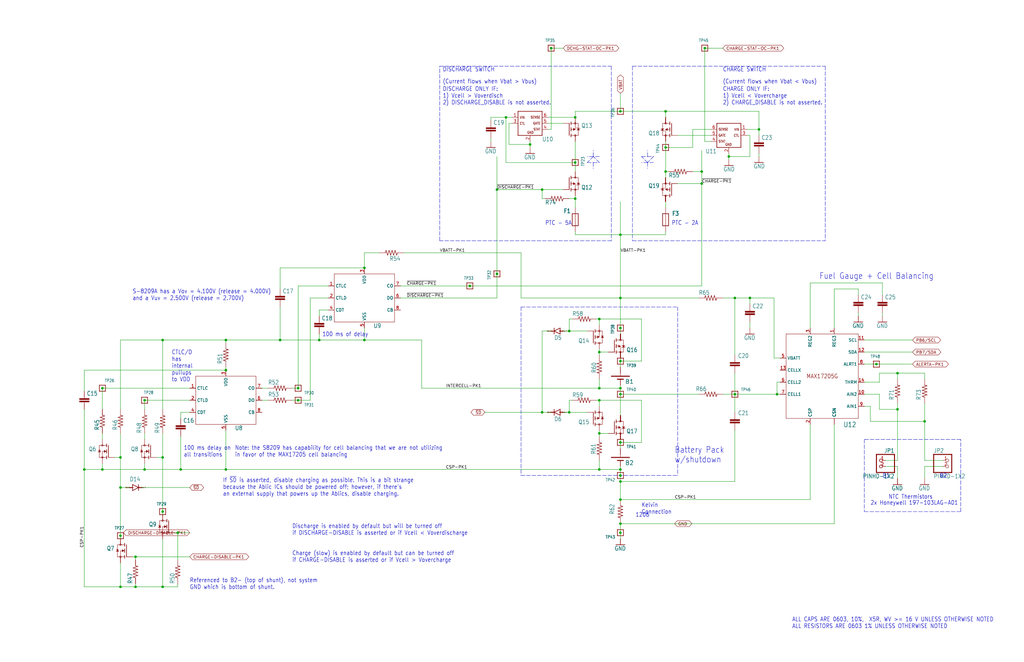
<source format=kicad_sch>
(kicad_sch (version 20211123) (generator eeschema)
  (paper "USLedger")
  (title_block (title "OreSat Battery Card") (rev "1.0"))
  (junction (at 68.58 247.65))
  (junction (at 378.46 172.72))
  (junction (at 316.23 125.73))
  (junction (at 252.73 182.88))
  (junction (at 43.18 198.12))
  (junction (at 125.73 163.83))
  (junction (at 232.41 20.32))
  (junction (at 134.62 143.51))
  (junction (at 125.73 168.91))
  (junction (at 261.62 152.4))
  (junction (at 57.15 247.65))
  (junction (at 261.62 166.37))
  (junction (at 223.52 60.96))
  (junction (at 320.04 54.61))
  (junction (at 242.57 83.82))
  (junction (at 209.55 80.01))
  (junction (at 213.36 49.53))
  (junction (at 261.62 99.06))
  (junction (at 242.57 49.53))
  (junction (at 378.46 157.48))
  (junction (at 327.66 166.37))
  (junction (at 209.55 115.57))
  (junction (at 68.58 215.9))
  (junction (at 74.93 224.79))
  (junction (at 309.88 125.73))
  (junction (at 389.89 177.8))
  (junction (at 68.58 193.04))
  (junction (at 228.6 80.01))
  (junction (at 261.62 163.83))
  (junction (at 50.8 247.65))
  (junction (at 261.62 200.66))
  (junction (at 240.03 139.7))
  (junction (at 95.25 198.12))
  (junction (at 261.62 203.2))
  (junction (at 261.62 186.69))
  (junction (at 60.96 198.12))
  (junction (at 43.18 163.83))
  (junction (at 242.57 68.58))
  (junction (at 252.73 168.91))
  (junction (at 261.62 46.99))
  (junction (at 261.62 125.73))
  (junction (at 369.57 153.67))
  (junction (at 261.62 210.82))
  (junction (at 252.73 134.62))
  (junction (at 118.11 143.51))
  (junction (at 95.25 156.21))
  (junction (at 261.62 138.43))
  (junction (at 240.03 173.99))
  (junction (at 280.67 72.39))
  (junction (at 261.62 220.98))
  (junction (at 295.91 72.39))
  (junction (at 50.8 205.74))
  (junction (at 76.2 198.12))
  (junction (at 309.88 166.37))
  (junction (at 261.62 198.12))
  (junction (at 50.8 226.06))
  (junction (at 252.73 148.59))
  (junction (at 60.96 168.91))
  (junction (at 153.67 143.51))
  (junction (at 280.67 62.23))
  (junction (at 280.67 46.99))
  (junction (at 261.62 224.79))
  (junction (at 35.56 198.12))
  (junction (at 198.12 120.65))
  (junction (at 307.34 66.04))
  (junction (at 252.73 198.12))
  (junction (at 297.18 20.32))
  (junction (at 228.6 173.99))
  (junction (at 295.91 77.47))
  (junction (at 252.73 163.83))
  (junction (at 95.25 143.51))
  (junction (at 57.15 234.95))
  (junction (at 68.58 143.51))
  (junction (at 50.8 193.04))
  (junction (at 153.67 113.03))
  (wire (pts (xy 50.8 247.65) (xy 57.15 247.65)))
  (wire (pts (xy 261.62 186.69) (xy 261.62 185.42)))
  (polyline (pts (xy 275.59 66.04) (xy 273.05 68.58)))
  (wire (pts (xy 231.14 52.07) (xy 237.49 52.07)))
  (wire (pts (xy 50.8 193.04) (xy 50.8 205.74)))
  (polyline (pts (xy 250.19 66.04) (xy 250.19 63.5)))
  (polyline (pts (xy 219.71 200.66) (xy 285.75 200.66)))
  (polyline (pts (xy 266.7 27.94) (xy 266.7 101.6)))
  (wire (pts (xy 327.66 166.37) (xy 327.66 161.29)))
  (wire (pts (xy 252.73 181.61) (xy 252.73 182.88)))
  (wire (pts (xy 370.84 172.72) (xy 378.46 172.72)))
  (wire (pts (xy 215.9 52.07) (xy 214.63 52.07)))
  (wire (pts (xy 252.73 163.83) (xy 177.8 163.83)))
  (wire (pts (xy 95.25 156.21) (xy 35.56 156.21)))
  (wire (pts (xy 60.96 172.72) (xy 60.96 168.91)))
  (wire (pts (xy 68.58 193.04) (xy 68.58 215.9)))
  (wire (pts (xy 316.23 125.73) (xy 326.39 125.73)))
  (wire (pts (xy 123.19 168.91) (xy 125.73 168.91)))
  (wire (pts (xy 367.03 171.45) (xy 367.03 177.8)))
  (wire (pts (xy 297.18 20.32) (xy 304.8 20.32)))
  (wire (pts (xy 307.34 66.04) (xy 307.34 64.77)))
  (wire (pts (xy 252.73 182.88) (xy 252.73 184.15)))
  (wire (pts (xy 59.69 205.74) (xy 80.01 205.74)))
  (wire (pts (xy 252.73 134.62) (xy 270.51 134.62)))
  (wire (pts (xy 73.66 224.79) (xy 74.93 224.79)))
  (wire (pts (xy 261.62 224.79) (xy 261.62 227.33)))
  (wire (pts (xy 241.3 168.91) (xy 240.03 168.91)))
  (wire (pts (xy 57.15 234.95) (xy 80.01 234.95)))
  (wire (pts (xy 261.62 166.37) (xy 294.64 166.37)))
  (wire (pts (xy 228.6 173.99) (xy 232.41 173.99)))
  (wire (pts (xy 231.14 54.61) (xy 232.41 54.61)))
  (wire (pts (xy 60.96 182.88) (xy 60.96 185.42)))
  (wire (pts (xy 364.49 171.45) (xy 367.03 171.45)))
  (wire (pts (xy 177.8 163.83) (xy 177.8 143.51)))
  (wire (pts (xy 372.11 133.35) (xy 372.11 132.08)))
  (wire (pts (xy 251.46 134.62) (xy 252.73 134.62)))
  (wire (pts (xy 60.96 195.58) (xy 60.96 198.12)))
  (polyline (pts (xy 273.05 68.58) (xy 273.05 71.12)))
  (polyline (pts (xy 252.73 66.04) (xy 250.19 66.04)))
  (wire (pts (xy 309.88 125.73) (xy 316.23 125.73)))
  (wire (pts (xy 297.18 20.32) (xy 297.18 59.69)))
  (wire (pts (xy 364.49 166.37) (xy 370.84 166.37)))
  (wire (pts (xy 364.49 143.51) (xy 384.81 143.51)))
  (wire (pts (xy 48.26 193.04) (xy 50.8 193.04)))
  (wire (pts (xy 314.96 57.15) (xy 316.23 57.15)))
  (wire (pts (xy 252.73 148.59) (xy 252.73 147.32)))
  (wire (pts (xy 68.58 247.65) (xy 68.58 227.33)))
  (wire (pts (xy 80.01 163.83) (xy 43.18 163.83)))
  (wire (pts (xy 261.62 166.37) (xy 261.62 163.83)))
  (polyline (pts (xy 273.05 66.04) (xy 275.59 66.04)))
  (wire (pts (xy 242.57 68.58) (xy 242.57 72.39)))
  (wire (pts (xy 209.55 66.04) (xy 209.55 80.01)))
  (polyline (pts (xy 247.65 68.58) (xy 250.19 68.58)))
  (wire (pts (xy 261.62 189.23) (xy 261.62 186.69)))
  (wire (pts (xy 95.25 156.21) (xy 95.25 154.94)))
  (wire (pts (xy 316.23 66.04) (xy 307.34 66.04)))
  (wire (pts (xy 95.25 143.51) (xy 68.58 143.51)))
  (wire (pts (xy 389.89 196.85) (xy 389.89 201.93)))
  (wire (pts (xy 285.75 57.15) (xy 299.72 57.15)))
  (wire (pts (xy 76.2 173.99) (xy 76.2 176.53)))
  (wire (pts (xy 256.54 148.59) (xy 252.73 148.59)))
  (wire (pts (xy 237.49 173.99) (xy 240.03 173.99)))
  (wire (pts (xy 378.46 172.72) (xy 378.46 194.31)))
  (wire (pts (xy 261.62 138.43) (xy 261.62 125.73)))
  (wire (pts (xy 43.18 185.42) (xy 43.18 182.88)))
  (wire (pts (xy 213.36 49.53) (xy 207.01 49.53)))
  (wire (pts (xy 153.67 113.03) (xy 118.11 113.03)))
  (wire (pts (xy 95.25 143.51) (xy 118.11 143.51)))
  (wire (pts (xy 370.84 157.48) (xy 378.46 157.48)))
  (wire (pts (xy 223.52 60.96) (xy 223.52 59.69)))
  (wire (pts (xy 314.96 54.61) (xy 320.04 54.61)))
  (wire (pts (xy 177.8 143.51) (xy 153.67 143.51)))
  (wire (pts (xy 242.57 99.06) (xy 261.62 99.06)))
  (wire (pts (xy 369.57 153.67) (xy 384.81 153.67)))
  (wire (pts (xy 295.91 120.65) (xy 198.12 120.65)))
  (wire (pts (xy 261.62 163.83) (xy 252.73 163.83)))
  (wire (pts (xy 270.51 152.4) (xy 270.51 134.62)))
  (wire (pts (xy 80.01 173.99) (xy 76.2 173.99)))
  (wire (pts (xy 256.54 182.88) (xy 252.73 182.88)))
  (wire (pts (xy 361.95 133.35) (xy 361.95 132.08)))
  (wire (pts (xy 281.94 72.39) (xy 280.67 72.39)))
  (wire (pts (xy 213.36 68.58) (xy 242.57 68.58)))
  (wire (pts (xy 270.51 186.69) (xy 261.62 186.69)))
  (wire (pts (xy 295.91 77.47) (xy 285.75 77.47)))
  (wire (pts (xy 43.18 172.72) (xy 43.18 163.83)))
  (wire (pts (xy 304.8 125.73) (xy 309.88 125.73)))
  (wire (pts (xy 240.03 139.7) (xy 247.65 139.7)))
  (wire (pts (xy 299.72 54.61) (xy 292.1 54.61)))
  (wire (pts (xy 50.8 172.72) (xy 50.8 143.51)))
  (wire (pts (xy 370.84 161.29) (xy 370.84 157.48)))
  (wire (pts (xy 214.63 60.96) (xy 223.52 60.96)))
  (polyline (pts (xy 270.51 66.04) (xy 273.05 66.04)))
  (wire (pts (xy 198.12 120.65) (xy 168.91 120.65)))
  (wire (pts (xy 57.15 234.95) (xy 57.15 236.22)))
  (wire (pts (xy 223.52 62.23) (xy 223.52 60.96)))
  (wire (pts (xy 35.56 198.12) (xy 43.18 198.12)))
  (wire (pts (xy 252.73 163.83) (xy 252.73 160.02)))
  (wire (pts (xy 74.93 224.79) (xy 80.01 224.79)))
  (wire (pts (xy 134.62 133.35) (xy 134.62 130.81)))
  (wire (pts (xy 134.62 143.51) (xy 118.11 143.51)))
  (wire (pts (xy 55.88 234.95) (xy 57.15 234.95)))
  (wire (pts (xy 232.41 20.32) (xy 237.49 20.32)))
  (polyline (pts (xy 185.42 27.94) (xy 257.81 27.94)))
  (wire (pts (xy 280.67 87.63) (xy 280.67 85.09)))
  (polyline (pts (xy 266.7 101.6) (xy 347.98 101.6)))
  (wire (pts (xy 389.89 194.31) (xy 397.51 194.31)))
  (wire (pts (xy 280.67 59.69) (xy 280.67 62.23)))
  (wire (pts (xy 361.95 124.46) (xy 361.95 121.92)))
  (wire (pts (xy 367.03 177.8) (xy 389.89 177.8)))
  (wire (pts (xy 95.25 144.78) (xy 95.25 143.51)))
  (wire (pts (xy 361.95 121.92) (xy 351.79 121.92)))
  (wire (pts (xy 241.3 134.62) (xy 240.03 134.62)))
  (wire (pts (xy 68.58 193.04) (xy 68.58 182.88)))
  (wire (pts (xy 261.62 203.2) (xy 261.62 210.82)))
  (wire (pts (xy 261.62 85.09) (xy 261.62 99.06)))
  (wire (pts (xy 252.73 168.91) (xy 270.51 168.91)))
  (wire (pts (xy 74.93 247.65) (xy 74.93 246.38)))
  (wire (pts (xy 378.46 194.31) (xy 373.38 194.31)))
  (wire (pts (xy 242.57 83.82) (xy 240.03 83.82)))
  (wire (pts (xy 242.57 83.82) (xy 242.57 87.63)))
  (wire (pts (xy 320.04 46.99) (xy 320.04 54.61)))
  (wire (pts (xy 261.62 203.2) (xy 309.88 203.2)))
  (wire (pts (xy 95.25 198.12) (xy 95.25 181.61)))
  (wire (pts (xy 231.14 49.53) (xy 242.57 49.53)))
  (wire (pts (xy 240.03 173.99) (xy 247.65 173.99)))
  (wire (pts (xy 213.36 68.58) (xy 213.36 49.53)))
  (wire (pts (xy 261.62 140.97) (xy 261.62 138.43)))
  (wire (pts (xy 242.57 46.99) (xy 261.62 46.99)))
  (wire (pts (xy 68.58 215.9) (xy 68.58 217.17)))
  (polyline (pts (xy 364.49 215.9) (xy 405.13 215.9)))
  (wire (pts (xy 228.6 80.01) (xy 209.55 80.01)))
  (polyline (pts (xy 219.71 129.54) (xy 219.71 200.66)))
  (wire (pts (xy 35.56 198.12) (xy 35.56 172.72)))
  (wire (pts (xy 389.89 157.48) (xy 389.89 160.02)))
  (wire (pts (xy 280.67 72.39) (xy 280.67 62.23)))
  (wire (pts (xy 261.62 203.2) (xy 261.62 200.66)))
  (wire (pts (xy 252.73 134.62) (xy 252.73 137.16)))
  (wire (pts (xy 207.01 50.8) (xy 207.01 49.53)))
  (polyline (pts (xy 250.19 68.58) (xy 250.19 71.12)))
  (wire (pts (xy 110.49 168.91) (xy 113.03 168.91)))
  (wire (pts (xy 378.46 196.85) (xy 373.38 196.85)))
  (wire (pts (xy 68.58 172.72) (xy 68.58 143.51)))
  (polyline (pts (xy 257.81 27.94) (xy 257.81 101.6)))
  (wire (pts (xy 170.18 106.68) (xy 219.71 106.68)))
  (wire (pts (xy 389.89 177.8) (xy 389.89 194.31)))
  (wire (pts (xy 280.67 46.99) (xy 280.67 49.53)))
  (wire (pts (xy 316.23 135.89) (xy 316.23 138.43)))
  (polyline (pts (xy 405.13 185.42) (xy 364.49 185.42)))
  (wire (pts (xy 232.41 139.7) (xy 228.6 139.7)))
  (wire (pts (xy 261.62 162.56) (xy 261.62 163.83)))
  (wire (pts (xy 378.46 160.02) (xy 378.46 157.48)))
  (wire (pts (xy 35.56 198.12) (xy 35.56 247.65)))
  (polyline (pts (xy 275.59 68.58) (xy 273.05 68.58)))
  (wire (pts (xy 68.58 193.04) (xy 66.04 193.04)))
  (wire (pts (xy 240.03 168.91) (xy 240.03 173.99)))
  (wire (pts (xy 261.62 175.26) (xy 261.62 166.37)))
  (wire (pts (xy 261.62 152.4) (xy 261.62 151.13)))
  (wire (pts (xy 341.63 119.38) (xy 372.11 119.38)))
  (wire (pts (xy 378.46 196.85) (xy 378.46 201.93)))
  (wire (pts (xy 60.96 198.12) (xy 76.2 198.12)))
  (wire (pts (xy 261.62 154.94) (xy 261.62 152.4)))
  (wire (pts (xy 50.8 193.04) (xy 50.8 182.88)))
  (wire (pts (xy 309.88 181.61) (xy 309.88 203.2)))
  (wire (pts (xy 228.6 173.99) (xy 204.47 173.99)))
  (wire (pts (xy 328.93 151.13) (xy 326.39 151.13)))
  (polyline (pts (xy 266.7 27.94) (xy 347.98 27.94)))
  (wire (pts (xy 35.56 247.65) (xy 50.8 247.65)))
  (wire (pts (xy 153.67 106.68) (xy 160.02 106.68)))
  (polyline (pts (xy 273.05 68.58) (xy 270.51 68.58)))
  (wire (pts (xy 364.49 148.59) (xy 384.81 148.59)))
  (wire (pts (xy 43.18 198.12) (xy 60.96 198.12)))
  (wire (pts (xy 295.91 63.5) (xy 295.91 72.39)))
  (wire (pts (xy 316.23 128.27) (xy 316.23 125.73)))
  (polyline (pts (xy 252.73 68.58) (xy 250.19 66.04)))
  (wire (pts (xy 270.51 168.91) (xy 270.51 186.69)))
  (wire (pts (xy 309.88 149.86) (xy 309.88 125.73)))
  (wire (pts (xy 214.63 52.07) (xy 214.63 60.96)))
  (wire (pts (xy 364.49 153.67) (xy 369.57 153.67)))
  (wire (pts (xy 228.6 139.7) (xy 228.6 173.99)))
  (wire (pts (xy 50.8 247.65) (xy 50.8 237.49)))
  (wire (pts (xy 219.71 125.73) (xy 261.62 125.73)))
  (wire (pts (xy 297.18 59.69) (xy 299.72 59.69)))
  (wire (pts (xy 228.6 80.01) (xy 228.6 83.82)))
  (polyline (pts (xy 273.05 68.58) (xy 270.51 66.04)))
  (wire (pts (xy 57.15 247.65) (xy 68.58 247.65)))
  (polyline (pts (xy 257.81 101.6) (xy 185.42 101.6)))
  (wire (pts (xy 341.63 179.07) (xy 341.63 210.82)))
  (wire (pts (xy 280.67 74.93) (xy 280.67 72.39)))
  (wire (pts (xy 153.67 106.68) (xy 153.67 113.03)))
  (wire (pts (xy 261.62 99.06) (xy 280.67 99.06)))
  (wire (pts (xy 219.71 125.73) (xy 219.71 106.68)))
  (polyline (pts (xy 273.05 66.04) (xy 273.05 63.5)))
  (wire (pts (xy 327.66 161.29) (xy 328.93 161.29)))
  (wire (pts (xy 123.19 163.83) (xy 125.73 163.83)))
  (wire (pts (xy 307.34 67.31) (xy 307.34 66.04)))
  (wire (pts (xy 232.41 54.61) (xy 232.41 20.32)))
  (wire (pts (xy 261.62 152.4) (xy 270.51 152.4)))
  (wire (pts (xy 326.39 151.13) (xy 326.39 125.73)))
  (wire (pts (xy 320.04 54.61) (xy 320.04 57.15)))
  (wire (pts (xy 68.58 247.65) (xy 74.93 247.65)))
  (wire (pts (xy 309.88 166.37) (xy 327.66 166.37)))
  (wire (pts (xy 316.23 57.15) (xy 316.23 66.04)))
  (wire (pts (xy 280.67 46.99) (xy 320.04 46.99)))
  (wire (pts (xy 43.18 195.58) (xy 43.18 198.12)))
  (wire (pts (xy 261.62 99.06) (xy 261.62 125.73)))
  (wire (pts (xy 242.57 59.69) (xy 242.57 68.58)))
  (wire (pts (xy 364.49 161.29) (xy 370.84 161.29)))
  (wire (pts (xy 309.88 166.37) (xy 309.88 157.48)))
  (wire (pts (xy 118.11 143.51) (xy 118.11 129.54)))
  (polyline (pts (xy 347.98 27.94) (xy 347.98 101.6)))
  (wire (pts (xy 370.84 166.37) (xy 370.84 172.72)))
  (wire (pts (xy 252.73 194.31) (xy 252.73 198.12)))
  (wire (pts (xy 134.62 143.51) (xy 134.62 140.97)))
  (wire (pts (xy 351.79 121.92) (xy 351.79 138.43)))
  (wire (pts (xy 74.93 224.79) (xy 74.93 236.22)))
  (wire (pts (xy 153.67 143.51) (xy 153.67 138.43)))
  (wire (pts (xy 134.62 130.81) (xy 138.43 130.81)))
  (wire (pts (xy 389.89 177.8) (xy 389.89 170.18)))
  (polyline (pts (xy 364.49 185.42) (xy 364.49 215.9)))
  (wire (pts (xy 240.03 134.62) (xy 240.03 139.7)))
  (polyline (pts (xy 405.13 215.9) (xy 405.13 185.42)))
  (wire (pts (xy 237.49 80.01) (xy 228.6 80.01)))
  (wire (pts (xy 320.04 64.77) (xy 320.04 66.04)))
  (wire (pts (xy 110.49 163.83) (xy 113.03 163.83)))
  (wire (pts (xy 252.73 198.12) (xy 95.25 198.12)))
  (wire (pts (xy 242.57 82.55) (xy 242.57 83.82)))
  (wire (pts (xy 54.61 205.74) (xy 50.8 205.74)))
  (wire (pts (xy 50.8 205.74) (xy 50.8 226.06)))
  (wire (pts (xy 378.46 172.72) (xy 378.46 170.18)))
  (wire (pts (xy 35.56 156.21) (xy 35.56 165.1)))
  (wire (pts (xy 378.46 157.48) (xy 389.89 157.48)))
  (wire (pts (xy 242.57 97.79) (xy 242.57 99.06)))
  (wire (pts (xy 207.01 58.42) (xy 207.01 59.69)))
  (wire (pts (xy 242.57 49.53) (xy 242.57 46.99)))
  (polyline (pts (xy 250.19 66.04) (xy 247.65 66.04)))
  (polyline (pts (xy 250.19 66.04) (xy 247.65 68.58)))
  (wire (pts (xy 215.9 49.53) (xy 213.36 49.53)))
  (wire (pts (xy 372.11 119.38) (xy 372.11 124.46)))
  (wire (pts (xy 261.62 196.85) (xy 261.62 198.12)))
  (wire (pts (xy 261.62 220.98) (xy 351.79 220.98)))
  (wire (pts (xy 251.46 168.91) (xy 252.73 168.91)))
  (wire (pts (xy 125.73 163.83) (xy 125.73 120.65)))
  (wire (pts (xy 261.62 46.99) (xy 280.67 46.99)))
  (wire (pts (xy 292.1 54.61) (xy 292.1 62.23)))
  (wire (pts (xy 80.01 168.91) (xy 60.96 168.91)))
  (wire (pts (xy 261.62 46.99) (xy 261.62 39.37)))
  (wire (pts (xy 125.73 168.91) (xy 130.81 168.91)))
  (wire (pts (xy 252.73 149.86) (xy 252.73 148.59)))
  (wire (pts (xy 351.79 179.07) (xy 351.79 220.98)))
  (wire (pts (xy 261.62 224.79) (xy 261.62 220.98)))
  (wire (pts (xy 209.55 125.73) (xy 209.55 115.57)))
  (wire (pts (xy 50.8 226.06) (xy 50.8 227.33)))
  (wire (pts (xy 261.62 125.73) (xy 294.64 125.73)))
  (wire (pts (xy 237.49 139.7) (xy 240.03 139.7)))
  (wire (pts (xy 153.67 143.51) (xy 134.62 143.51)))
  (wire (pts (xy 304.8 166.37) (xy 309.88 166.37)))
  (wire (pts (xy 209.55 80.01) (xy 209.55 115.57)))
  (wire (pts (xy 76.2 198.12) (xy 95.25 198.12)))
  (wire (pts (xy 261.62 198.12) (xy 252.73 198.12)))
  (wire (pts (xy 118.11 113.03) (xy 118.11 121.92)))
  (wire (pts (xy 261.62 210.82) (xy 341.63 210.82)))
  (wire (pts (xy 295.91 77.47) (xy 295.91 120.65)))
  (wire (pts (xy 292.1 72.39) (xy 295.91 72.39)))
  (wire (pts (xy 130.81 125.73) (xy 138.43 125.73)))
  (wire (pts (xy 125.73 120.65) (xy 138.43 120.65)))
  (wire (pts (xy 280.67 99.06) (xy 280.67 97.79)))
  (wire (pts (xy 292.1 62.23) (xy 280.67 62.23)))
  (wire (pts (xy 341.63 138.43) (xy 341.63 119.38)))
  (wire (pts (xy 76.2 184.15) (xy 76.2 198.12)))
  (polyline (pts (xy 219.71 129.54) (xy 285.75 129.54)))
  (wire (pts (xy 295.91 72.39) (xy 295.91 77.47)))
  (polyline (pts (xy 185.42 101.6) (xy 185.42 27.94)))
  (polyline (pts (xy 285.75 129.54) (xy 285.75 200.66)))
  (wire (pts (xy 228.6 83.82) (xy 229.87 83.82)))
  (wire (pts (xy 130.81 168.91) (xy 130.81 125.73)))
  (wire (pts (xy 68.58 143.51) (xy 50.8 143.51)))
  (wire (pts (xy 261.62 200.66) (xy 261.62 198.12)))
  (wire (pts (xy 252.73 168.91) (xy 252.73 171.45)))
  (wire (pts (xy 328.93 166.37) (xy 327.66 166.37)))
  (wire (pts (xy 397.51 196.85) (xy 389.89 196.85)))
  (wire (pts (xy 57.15 246.38) (xy 57.15 247.65)))
  (wire (pts (xy 309.88 173.99) (xy 309.88 166.37)))
  (wire (pts (xy 168.91 125.73) (xy 209.55 125.73)))
  (polyline (pts (xy 250.19 68.58) (xy 252.73 68.58)))
  (text "PTC - 5A" (at 229.87 95.25 180) (effects (font (size 1.778 1.5113)) (justify left bottom)))
  (text "S-8209A has a Vov = 4.100V (release = 4.000V)\nand a Vuv = 2.500V (release = 2.700V)" (at 55.88 127 0) (effects (font (size 1.778 1.5113)) (justify left bottom)))
  (text "Referenced to B2- (top of shunt), not system\nGND which is bottom of shunt." (at 80.01 248.92 0) (effects (font (size 1.778 1.5113)) (justify left bottom)))
  (text "B2" (at 396.24 201.93 180) (effects (font (size 1.778 1.5113)) (justify left bottom)))
  (text "CHARGE SWITCH" (at 304.8 30.48 180) (effects (font (size 1.778 1.5113)) (justify left bottom)))
  (text "1206" (at 267.97 218.44 180) (effects (font (size 1.778 1.5113)) (justify left bottom)))
  (text "Note: the S8209 has capability for cell balancing that we are not utilizing\nin favor of the MAX17205 cell balancing" (at 99.06 193.04 0) (effects (font (size 1.778 1.5113)) (justify left bottom)))
  (text "CHARGE ONLY IF:\n1) Vcell < Vovercharge\n2) CHARGE_DISABLE is not asserted." (at 304.8 44.45 0) (effects (font (size 1.778 1.5113)) (justify left bottom)))
  (text "Kelvin\nConnection" (at 270.51 217.17 180) (effects (font (size 1.778 1.5113)) (justify left bottom)))
  (text "Charge (slow) is enabled by default but can be turned off\nif CHARGE-DISABLE is asserted or if Vcell > Vovercharge" (at 123.19 237.49 0) (effects (font (size 1.778 1.5113)) (justify left bottom)))
  (text "B1" (at 372.11 201.93 180) (effects (font (size 1.778 1.5113)) (justify left bottom)))
  (text "PTC - 2A" (at 283.21 95.25 180) (effects (font (size 1.778 1.5113)) (justify left bottom)))
  (text "CTLC/D\nhas\ninternal\npullups\nto VDD" (at 72.39 161.29 180) (effects (font (size 1.778 1.5113)) (justify left bottom)))
  (text "ALL CAPS ARE 0603, 10%,  X5R, WV >= 16 V UNLESS OTHERWISE NOTED\nALL RESISTORS ARE 0603 1% UNLESS OTHERWISE NOTED" (at 334.01 265.43 0) (effects (font (size 1.778 1.5113)) (justify left bottom)))
  (text "DISCHARGE SWITCH" (at 186.69 30.48 180) (effects (font (size 1.778 1.5113)) (justify left bottom)))
  (text "NTC Thermistors" (at 374.65 210.82 180) (effects (font (size 1.778 1.5113)) (justify left bottom)))
  (text "Discharge is enabled by default but will be turned off\nif DISCHARGE-DISABLE is asserted or if Vcell < Voverdischarge" (at 123.19 226.06 0) (effects (font (size 1.778 1.5113)) (justify left bottom)))
  (text "2x Honeywell 197-103LAG-A01" (at 367.03 213.36 180) (effects (font (size 1.778 1.5113)) (justify left bottom)))
  (text "If ~{SD} is asserted, disable charging as possible. This is a bit strange\nbecause the Ablic ICs should be powered off; however, if there's\nan external supply that powers up the Ablics, disable charging." (at 93.98 209.55 0) (effects (font (size 1.778 1.5113)) (justify left bottom)))
  (text "(Current flows when Vbat > Vbus)" (at 186.69 35.56 180) (effects (font (size 1.778 1.5113)) (justify left bottom)))
  (text "(Current flows when Vbat < Vbus)" (at 304.8 35.56 180) (effects (font (size 1.778 1.5113)) (justify left bottom)))
  (text "100 ms of delay" (at 135.89 142.24 180) (effects (font (size 1.778 1.5113)) (justify left bottom)))
  (text "DISCHARGE ONLY IF:\n1) Vcell > Voverdisch\n2) DISCHARGE_DISABLE is not asserted." (at 186.69 44.45 0) (effects (font (size 1.778 1.5113)) (justify left bottom)))
  (text "Fuel Gauge + Cell Balancing" (at 345.44 118.11 180) (effects (font (size 2.54 2.159)) (justify left bottom)))
  (text "Battery Pack\nw/shutdown" (at 284.48 195.58 180) (effects (font (size 2.54 2.159)) (justify left bottom)))
  (text "100 ms delay on\nall transitions" (at 77.47 193.04 180) (effects (font (size 1.778 1.5113)) (justify left bottom)))
  (label "CSP-PK1" (at 35.56 231.14 90) (effects (font (size 1.2446 1.2446))))
  (label "VBATT-PK1" (at 185.42 106.68 0) (effects (font (size 1.2446 1.2446))))
  (label "~{DISCHARGE-PK1}" (at 209.55 80.01 0) (effects (font (size 1.2446 1.2446))))
  (label "INTERCELL-PK1" (at 187.96 163.83 0) (effects (font (size 1.2446 1.2446))))
  (label "VBATT-PK1" (at 261.62 106.68 0) (effects (font (size 1.2446 1.2446))))
  (label "~{CHARGE-PK1}" (at 295.91 77.47 0) (effects (font (size 1.2446 1.2446))))
  (label "~{DISCHARGE-PK1}" (at 171.45 125.73 0) (effects (font (size 1.2446 1.2446))))
  (label "CSP-PK1" (at 187.96 198.12 0) (effects (font (size 1.2446 1.2446))))
  (label "CSP-PK1" (at 284.48 210.82 0) (effects (font (size 1.2446 1.2446))))
  (label "~{CHARGE-PK1}" (at 171.45 120.65 0) (effects (font (size 1.2446 1.2446))))
  (global_label "PB6/SCL" (shape bidirectional) (at 384.81 143.51 0) (effects (font (size 1.2446 1.2446))) (property "Intersheet References" "${INTERSHEET_REFS}" (effects hide)))
  (global_label "~{SD}" (shape bidirectional) (at 204.47 173.99 180) (effects (font (size 1.2446 1.2446))) (property "Intersheet References" "${INTERSHEET_REFS}" (effects hide)))
  (global_label "DISCHARGE-DISABLE-PK1" (shape bidirectional) (at 80.01 224.79 180) (effects (font (size 1.2446 1.2446))) (property "Intersheet References" "${INTERSHEET_REFS}" (effects hide)))
  (global_label "CHARGE-STAT-OC-PK1" (shape bidirectional) (at 304.8 20.32 0) (effects (font (size 1.2446 1.2446))) (property "Intersheet References" "${INTERSHEET_REFS}" (effects hide)))
  (global_label "PB7/SDA" (shape bidirectional) (at 384.81 148.59 0) (effects (font (size 1.2446 1.2446))) (property "Intersheet References" "${INTERSHEET_REFS}" (effects hide)))
  (global_label "~{SD}" (shape bidirectional) (at 80.01 205.74 0) (effects (font (size 1.2446 1.2446))) (property "Intersheet References" "${INTERSHEET_REFS}" (effects hide)))
  (global_label "GND" (shape bidirectional) (at 284.48 220.98 0) (effects (font (size 1.2446 1.2446))) (property "Intersheet References" "${INTERSHEET_REFS}" (effects hide)))
  (global_label "DCHG-STAT-OC-PK1" (shape bidirectional) (at 237.49 20.32 0) (effects (font (size 1.2446 1.2446))) (property "Intersheet References" "${INTERSHEET_REFS}" (effects hide)))
  (global_label "VBAT" (shape bidirectional) (at 261.62 39.37 90) (effects (font (size 1.2446 1.2446))) (property "Intersheet References" "${INTERSHEET_REFS}" (effects hide)))
  (global_label "ALERTA-PK1" (shape bidirectional) (at 384.81 153.67 0) (effects (font (size 1.2446 1.2446))) (property "Intersheet References" "${INTERSHEET_REFS}" (effects hide)))
  (global_label "CHARGE-DISABLE-PK1" (shape bidirectional) (at 80.01 234.95 0) (effects (font (size 1.2446 1.2446))) (property "Intersheet References" "${INTERSHEET_REFS}" (effects hide)))
  (symbol (lib_id "oresat-batteries-eagle-import:C-EU0603-C-NOSILK") (at 320.04 59.69 0) (unit 1)
    (property "Reference" "C23" (at 321.056 59.055 0) (effects (font (size 1.778 1.5113)) (justify left bottom)))
    (property "Value" "100n" (at 321.056 63.881 0) (effects (font (size 1.778 1.5113)) (justify left bottom)))
    (property "Footprint" "oresat-footprints:0603-SMALL" (effects hide))
  )
  (symbol (lib_id "oresat-batteries-eagle-import:C-EU0603-C-NOSILK") (at 372.11 127 0) (unit 1)
    (property "Reference" "C25" (at 373.126 126.365 0) (effects (font (size 1.778 1.5113)) (justify left bottom)))
    (property "Value" "470n" (at 373.126 130.683 0) (effects (font (size 1.778 1.5113)) (justify left bottom)))
    (property "Footprint" "oresat-footprints:0603-SMALL" (effects hide))
  )
  (symbol (lib_id "oresat-batteries-eagle-import:R-US_0603-C-NOSILK") (at 299.72 125.73 180) (unit 1)
    (property "Reference" "R65" (at 294.64 124.46 0) (effects (font (size 1.778 1.5113)) (justify right top)))
    (property "Value" "10" (at 300.99 124.46 0) (effects (font (size 1.778 1.5113)) (justify right top)))
    (property "Footprint" "oresat-footprints:0603-SMALL" (effects hide))
  )
  (symbol (lib_id "oresat-batteries-eagle-import:P-MOSFET-SOT23-3") (at 250.19 176.53 0) (unit 1)
    (property "Reference" "Q15" (at 243.84 179.07 0) (effects (font (size 1.778 1.5113)) (justify left bottom)))
    (property "Value" "NTR4101" (at 241.3 181.61 0) (effects (font (size 1.778 1.5113)) (justify left bottom)))
    (property "Footprint" "oresat-batteries:SOT23-3" (effects hide))
  )
  (symbol (lib_id "oresat-batteries-eagle-import:TEST-POINT-LARGE-SQUARE") (at 369.57 153.67 0) (mirror y) (unit 1)
    (property "Reference" "TP48" (at 367.03 151.13 0) (effects (font (size 1.27 1.0795)) (justify right bottom)))
    (property "Value" "TEST-POINT-LARGE-SQUARE" (effects hide))
    (property "Footprint" "oresat-footprints:TestPoint_Pad_1.0x1.0mm" (effects hide))
  )
  (symbol (lib_id "oresat-batteries-eagle-import:GND") (at 372.11 135.89 0) (unit 1)
    (property "Reference" "#GND054" (effects hide))
    (property "Value" "GND" (at 369.57 138.43 0) (effects (font (size 1.778 1.5113)) (justify left bottom)))
    (property "Footprint" "oresat-batteries:" (effects hide))
  )
  (symbol (lib_id "oresat-batteries-eagle-import:R-US_0603-C-NOSILK") (at 252.73 154.94 270) (unit 1)
    (property "Reference" "R60" (at 251.46 157.48 0) (effects (font (size 1.778 1.5113)) (justify right top)))
    (property "Value" "100k" (at 256.54 157.48 0) (effects (font (size 1.778 1.5113)) (justify right top)))
    (property "Footprint" "oresat-footprints:0603-SMALL" (effects hide))
  )
  (symbol (lib_id "oresat-batteries-eagle-import:C-EU0603-C-NOSILK") (at 309.88 152.4 0) (unit 1)
    (property "Reference" "C20" (at 311.15 151.13 0) (effects (font (size 1.778 1.5113)) (justify left bottom)))
    (property "Value" "1n" (at 311.15 157.48 0) (effects (font (size 1.778 1.5113)) (justify left bottom)))
    (property "Footprint" "oresat-footprints:0603-SMALL" (effects hide))
  )
  (symbol (lib_id "oresat-batteries-eagle-import:DIODE-SOD323-R") (at 234.95 173.99 0) (mirror y) (unit 1)
    (property "Reference" "D6" (at 233.68 177.8 0) (effects (font (size 1.778 1.5113)) (justify right bottom)))
    (property "Value" "1N4151WS" (at 226.06 180.34 0) (effects (font (size 1.778 1.5113)) (justify right bottom)))
    (property "Footprint" "oresat-batteries:SOD323-R" (effects hide))
  )
  (symbol (lib_id "oresat-batteries-eagle-import:TEST-POINT-LARGE-SQUARE") (at 242.57 68.58 270) (unit 1)
    (property "Reference" "TP23" (at 245.11 66.04 0) (effects (font (size 1.27 1.0795)) (justify left bottom)))
    (property "Value" "TEST-POINT-LARGE-SQUARE" (effects hide))
    (property "Footprint" "oresat-footprints:TestPoint_Pad_1.0x1.0mm" (effects hide))
  )
  (symbol (lib_id "oresat-batteries-eagle-import:TEST-POINT-LARGE-SQUARE") (at 125.73 163.83 270) (mirror x) (unit 1)
    (property "Reference" "TP30" (at 128.27 165.1 90) (effects (font (size 1.27 1.0795)) (justify left bottom)))
    (property "Value" "TEST-POINT-LARGE-SQUARE" (effects hide))
    (property "Footprint" "oresat-footprints:TestPoint_Pad_1.0x1.0mm" (effects hide))
  )
  (symbol (lib_id "oresat-batteries-eagle-import:TEST-POINT-LARGE-SQUARE") (at 68.58 215.9 0) (unit 1)
    (property "Reference" "TP29" (at 66.04 213.36 0) (effects (font (size 1.27 1.0795)) (justify left bottom)))
    (property "Value" "TEST-POINT-LARGE-SQUARE" (effects hide))
    (property "Footprint" "oresat-footprints:TestPoint_Pad_1.0x1.0mm" (effects hide))
  )
  (symbol (lib_id "oresat-batteries-eagle-import:TEST-POINT-LARGE-SQUARE") (at 43.18 163.83 0) (mirror y) (unit 1)
    (property "Reference" "TP26" (at 48.26 161.29 0) (effects (font (size 1.27 1.0795)) (justify left bottom)))
    (property "Value" "TEST-POINT-LARGE-SQUARE" (effects hide))
    (property "Footprint" "oresat-footprints:TestPoint_Pad_1.0x1.0mm" (effects hide))
  )
  (symbol (lib_id "oresat-batteries-eagle-import:TEST-POINT-LARGE-SQUARE") (at 261.62 200.66 90) (unit 1)
    (property "Reference" "TP42" (at 255.27 203.2 90) (effects (font (size 1.27 1.0795)) (justify right top)))
    (property "Value" "TEST-POINT-LARGE-SQUARE" (effects hide))
    (property "Footprint" "oresat-footprints:TestPoint_Pad_1.0x1.0mm" (effects hide))
  )
  (symbol (lib_id "oresat-batteries-eagle-import:R-US_0603-C-NOSILK") (at 43.18 177.8 90) (unit 1)
    (property "Reference" "R45" (at 41.91 181.61 0) (effects (font (size 1.778 1.5113)) (justify left bottom)))
    (property "Value" "1k" (at 41.91 175.26 0) (effects (font (size 1.778 1.5113)) (justify left bottom)))
    (property "Footprint" "oresat-footprints:0603-SMALL" (effects hide))
  )
  (symbol (lib_id "oresat-batteries-eagle-import:GND") (at 320.04 68.58 0) (mirror y) (unit 1)
    (property "Reference" "#GND050" (effects hide))
    (property "Value" "GND" (at 322.58 71.12 0) (effects (font (size 1.778 1.5113)) (justify left bottom)))
    (property "Footprint" "oresat-batteries:" (effects hide))
  )
  (symbol (lib_id "oresat-batteries-eagle-import:R-US_0603-C-NOSILK") (at 118.11 163.83 0) (unit 1)
    (property "Reference" "R52" (at 113.03 162.3314 0) (effects (font (size 1.778 1.5113)) (justify left bottom)))
    (property "Value" "1k" (at 119.38 162.052 0) (effects (font (size 1.778 1.5113)) (justify left bottom)))
    (property "Footprint" "oresat-footprints:0603-SMALL" (effects hide))
  )
  (symbol (lib_id "oresat-batteries-eagle-import:GND") (at 389.89 204.47 0) (unit 1)
    (property "Reference" "#GND056" (effects hide))
    (property "Value" "GND" (at 387.35 207.01 0) (effects (font (size 1.778 1.5113)) (justify left bottom)))
    (property "Footprint" "oresat-batteries:" (effects hide))
  )
  (symbol (lib_id "oresat-batteries-eagle-import:P-MOSFET-SOT23-3") (at 250.19 142.24 0) (unit 1)
    (property "Reference" "Q14" (at 243.84 144.78 0) (effects (font (size 1.778 1.5113)) (justify left bottom)))
    (property "Value" "NTR4101" (at 241.3 147.32 0) (effects (font (size 1.778 1.5113)) (justify left bottom)))
    (property "Footprint" "oresat-batteries:SOT23-3" (effects hide))
  )
  (symbol (lib_id "oresat-batteries-eagle-import:TEST-POINT-LARGE-SQUARE") (at 60.96 168.91 0) (mirror y) (unit 1)
    (property "Reference" "TP28" (at 64.77 166.37 0) (effects (font (size 1.27 1.0795)) (justify left bottom)))
    (property "Value" "TEST-POINT-LARGE-SQUARE" (effects hide))
    (property "Footprint" "oresat-footprints:TestPoint_Pad_1.0x1.0mm" (effects hide))
  )
  (symbol (lib_id "oresat-batteries-eagle-import:R-US_0603-C-NOSILK") (at 60.96 177.8 90) (unit 1)
    (property "Reference" "R48" (at 59.69 182.88 0) (effects (font (size 1.778 1.5113)) (justify left bottom)))
    (property "Value" "1k" (at 59.69 176.53 0) (effects (font (size 1.778 1.5113)) (justify left bottom)))
    (property "Footprint" "oresat-footprints:0603-SMALL" (effects hide))
  )
  (symbol (lib_id "oresat-batteries-eagle-import:R-US_0603-C-NOSILK") (at 389.89 165.1 90) (unit 1)
    (property "Reference" "R73" (at 388.3914 168.91 0) (effects (font (size 1.778 1.5113)) (justify left bottom)))
    (property "Value" "10k" (at 393.192 168.91 0) (effects (font (size 1.778 1.5113)) (justify left bottom)))
    (property "Footprint" "oresat-footprints:0603-SMALL" (effects hide))
  )
  (symbol (lib_id "oresat-batteries-eagle-import:MAX17205G") (at 346.71 158.75 0) (unit 1)
    (property "Reference" "U12" (at 355.6 180.34 0) (effects (font (size 2.0828 1.7703)) (justify left bottom)))
    (property "Value" "MAX17205G" (at 355.6 182.88 0) (effects (font (size 2.0828 1.7703)) (justify left bottom)))
    (property "Footprint" "oresat-batteries:21-0137I_T1433-2" (effects hide))
  )
  (symbol (lib_id "oresat-batteries-eagle-import:B-18650-LI-BATTERY") (at 261.62 194.31 270) (unit 1)
    (property "Reference" "B2" (at 265.43 196.342 90) (effects (font (size 1.778 1.778)) (justify bottom)))
    (property "Value" "B-18650-LI-BATTERY" (effects hide))
    (property "Footprint" "oresat-footprints:18650" (effects hide))
  )
  (symbol (lib_id "oresat-batteries-eagle-import:LTC4412") (at 223.52 52.07 0) (unit 1)
    (property "Reference" "U10" (at 228.6 59.69 0) (effects (font (size 1.778 1.5113)) (justify left bottom)))
    (property "Value" "LTC4412" (at 228.6 62.23 0) (effects (font (size 1.778 1.5113)) (justify left bottom)))
    (property "Footprint" "oresat-footprints:SOT23-6" (effects hide))
  )
  (symbol (lib_id "oresat-batteries-eagle-import:LTC4412") (at 307.34 57.15 0) (mirror y) (unit 1)
    (property "Reference" "U11" (at 302.26 64.77 0) (effects (font (size 1.778 1.5113)) (justify left bottom)))
    (property "Value" "LTC4412" (at 302.26 67.31 0) (effects (font (size 1.778 1.5113)) (justify left bottom)))
    (property "Footprint" "oresat-footprints:SOT23-6" (effects hide))
  )
  (symbol (lib_id "oresat-batteries-eagle-import:R-US_0603-C-NOSILK") (at 378.46 165.1 90) (unit 1)
    (property "Reference" "R71" (at 376.9614 168.91 0) (effects (font (size 1.778 1.5113)) (justify left bottom)))
    (property "Value" "10k" (at 381.762 168.91 0) (effects (font (size 1.778 1.5113)) (justify left bottom)))
    (property "Footprint" "oresat-footprints:0603-SMALL" (effects hide))
  )
  (symbol (lib_id "oresat-batteries-eagle-import:GND") (at 261.62 229.87 0) (unit 1)
    (property "Reference" "#GND046" (effects hide))
    (property "Value" "GND" (at 259.08 232.41 0) (effects (font (size 1.778 1.5113)) (justify left bottom)))
    (property "Footprint" "oresat-batteries:" (effects hide))
  )
  (symbol (lib_id "oresat-batteries-eagle-import:C-EU0603-C-NOSILK") (at 134.62 135.89 0) (unit 1)
    (property "Reference" "C18" (at 135.636 135.255 0) (effects (font (size 1.778 1.5113)) (justify left bottom)))
    (property "Value" "10n" (at 135.636 140.081 0) (effects (font (size 1.778 1.5113)) (justify left bottom)))
    (property "Footprint" "oresat-footprints:0603-SMALL" (effects hide))
  )
  (symbol (lib_id "oresat-batteries-eagle-import:GENERIC-FUSE-1206") (at 280.67 92.71 90) (unit 1)
    (property "Reference" "F3" (at 283.21 91.2114 90) (effects (font (size 1.778 1.5113) bold) (justify right top)))
    (property "Value" "1206L150/12SLYR" (at 283.21 93.472 90) (effects (font (size 1.778 1.5113) bold) (justify right top)))
    (property "Footprint" "oresat-batteries:1206-C" (effects hide))
  )
  (symbol (lib_id "oresat-batteries-eagle-import:B-18650-LI-BATTERY") (at 261.62 160.02 270) (unit 1)
    (property "Reference" "B1" (at 265.43 162.052 90) (effects (font (size 1.778 1.778)) (justify bottom)))
    (property "Value" "B-18650-LI-BATTERY" (effects hide))
    (property "Footprint" "oresat-footprints:18650" (effects hide))
  )
  (symbol (lib_id "oresat-batteries-eagle-import:R-US_0603-C-NOSILK") (at 287.02 72.39 180) (unit 1)
    (property "Reference" "R55" (at 281.94 74.93 0) (effects (font (size 1.778 1.5113)) (justify right top)))
    (property "Value" "100k" (at 288.29 74.93 0) (effects (font (size 1.778 1.5113)) (justify right top)))
    (property "Footprint" "oresat-footprints:0603-SMALL" (effects hide))
  )
  (symbol (lib_id "oresat-batteries-eagle-import:GND") (at 378.46 204.47 0) (unit 1)
    (property "Reference" "#GND055" (effects hide))
    (property "Value" "GND" (at 375.92 207.01 0) (effects (font (size 1.778 1.5113)) (justify left bottom)))
    (property "Footprint" "oresat-batteries:" (effects hide))
  )
  (symbol (lib_id "oresat-batteries-eagle-import:TEST-POINT-LARGE-SQUARE") (at 261.62 166.37 90) (unit 1)
    (property "Reference" "TP40" (at 264.16 165.1 90) (effects (font (size 1.27 1.0795)) (justify right top)))
    (property "Value" "TEST-POINT-LARGE-SQUARE" (effects hide))
    (property "Footprint" "oresat-footprints:TestPoint_Pad_1.0x1.0mm" (effects hide))
  )
  (symbol (lib_id "oresat-batteries-eagle-import:PINHD-1X2") (at 370.84 196.85 0) (mirror y) (unit 1)
    (property "Reference" "JP1" (at 377.19 191.135 0) (effects (font (size 1.778 1.5113)) (justify left bottom)))
    (property "Value" "PINHD-1X2" (at 377.19 201.93 0) (effects (font (size 1.778 1.5113)) (justify left bottom)))
    (property "Footprint" "oresat-footprints:J-1X02" (effects hide))
  )
  (symbol (lib_id "oresat-batteries-eagle-import:R-US_0603-C-NOSILK") (at 57.15 241.3 90) (unit 1)
    (property "Reference" "R47" (at 55.88 246.38 0) (effects (font (size 1.778 1.5113)) (justify left bottom)))
    (property "Value" "100k" (at 55.88 240.03 0) (effects (font (size 1.778 1.5113)) (justify left bottom)))
    (property "Footprint" "oresat-footprints:0603-SMALL" (effects hide))
  )
  (symbol (lib_id "oresat-batteries-eagle-import:R-US_0603-C-NOSILK") (at 74.93 241.3 90) (unit 1)
    (property "Reference" "R50" (at 73.66 246.38 0) (effects (font (size 1.778 1.5113)) (justify left bottom)))
    (property "Value" "100k" (at 73.66 240.03 0) (effects (font (size 1.778 1.5113)) (justify left bottom)))
    (property "Footprint" "oresat-footprints:0603-SMALL" (effects hide))
  )
  (symbol (lib_id "oresat-batteries-eagle-import:C-EU0603-C-NOSILK") (at 361.95 127 0) (unit 1)
    (property "Reference" "C24" (at 362.966 126.365 0) (effects (font (size 1.778 1.5113)) (justify left bottom)))
    (property "Value" "470n" (at 362.966 130.683 0) (effects (font (size 1.778 1.5113)) (justify left bottom)))
    (property "Footprint" "oresat-footprints:0603-SMALL" (effects hide))
  )
  (symbol (lib_id "oresat-batteries-eagle-import:R-US_0603-C-NOSILK") (at 246.38 134.62 0) (unit 1)
    (property "Reference" "R58" (at 241.3 133.35 0) (effects (font (size 1.778 1.5113)) (justify left bottom)))
    (property "Value" "100k" (at 247.65 133.35 0) (effects (font (size 1.778 1.5113)) (justify left bottom)))
    (property "Footprint" "oresat-footprints:0603-SMALL" (effects hide))
  )
  (symbol (lib_id "oresat-batteries-eagle-import:N-MOSFET-SOT-23-3") (at 53.34 232.41 0) (mirror y) (unit 1)
    (property "Reference" "Q7" (at 48.26 232.41 0) (effects (font (size 1.778 1.5113)) (justify left bottom)))
    (property "Value" "PM45VEN" (at 48.26 234.95 0) (effects (font (size 1.778 1.5113)) (justify left bottom)))
    (property "Footprint" "oresat-batteries:SOT23-3" (effects hide))
  )
  (symbol (lib_id "oresat-batteries-eagle-import:Q-VISHAY-MOSFET-PCH-POWERPAK-1212-8") (at 259.08 146.05 0) (mirror x) (unit 1)
    (property "Reference" "Q16" (at 264.16 146.685 0) (effects (font (size 1.778 1.5113)) (justify left bottom)))
    (property "Value" "Si7625DN" (at 264.16 144.145 0) (effects (font (size 1.778 1.5113)) (justify left bottom)))
    (property "Footprint" "oresat-batteries:POWERPAK-1212-8" (effects hide))
  )
  (symbol (lib_id "oresat-batteries-eagle-import:GND") (at 361.95 135.89 0) (unit 1)
    (property "Reference" "#GND053" (effects hide))
    (property "Value" "GND" (at 359.41 138.43 0) (effects (font (size 1.778 1.5113)) (justify left bottom)))
    (property "Footprint" "oresat-batteries:" (effects hide))
  )
  (symbol (lib_id "oresat-batteries-eagle-import:R-US_0603-C-NOSILK") (at 68.58 177.8 270) (unit 1)
    (property "Reference" "R49" (at 67.31 182.88 0) (effects (font (size 1.778 1.5113)) (justify right top)))
    (property "Value" "100k" (at 67.31 176.53 0) (effects (font (size 1.778 1.5113)) (justify right top)))
    (property "Footprint" "oresat-footprints:0603-SMALL" (effects hide))
  )
  (symbol (lib_id "oresat-batteries-eagle-import:R-US_0603-C-NOSILK") (at 50.8 177.8 90) (unit 1)
    (property "Reference" "R46" (at 49.53 181.61 0) (effects (font (size 1.778 1.5113)) (justify left bottom)))
    (property "Value" "100k" (at 49.53 176.53 0) (effects (font (size 1.778 1.5113)) (justify left bottom)))
    (property "Footprint" "oresat-footprints:0603-SMALL" (effects hide))
  )
  (symbol (lib_id "oresat-batteries-eagle-import:TEST-POINT-LARGE-SQUARE") (at 198.12 120.65 0) (unit 1)
    (property "Reference" "TP33" (at 195.58 118.11 0) (effects (font (size 1.27 1.0795)) (justify left bottom)))
    (property "Value" "TEST-POINT-LARGE-SQUARE" (effects hide))
    (property "Footprint" "oresat-footprints:TestPoint_Pad_1.0x1.0mm" (effects hide))
  )
  (symbol (lib_id "oresat-batteries-eagle-import:TEST-POINT-LARGE-SQUARE") (at 261.62 46.99 90) (unit 1)
    (property "Reference" "TP36" (at 259.08 49.53 0) (effects (font (size 1.27 1.0795)) (justify left bottom)))
    (property "Value" "TEST-POINT-LARGE-SQUARE" (effects hide))
    (property "Footprint" "oresat-footprints:TestPoint_Pad_1.0x1.0mm" (effects hide))
  )
  (symbol (lib_id "oresat-batteries-eagle-import:R-US_0603-C-NOSILK") (at 165.1 106.68 180) (unit 1)
    (property "Reference" "R54" (at 168.91 108.1786 0) (effects (font (size 1.778 1.5113)) (justify left bottom)))
    (property "Value" "470" (at 168.91 103.378 0) (effects (font (size 1.778 1.5113)) (justify left bottom)))
    (property "Footprint" "oresat-footprints:0603-SMALL" (effects hide))
  )
  (symbol (lib_id "oresat-batteries-eagle-import:C-EU0603-C-NOSILK") (at 35.56 167.64 0) (unit 1)
    (property "Reference" "C15" (at 36.576 167.005 0) (effects (font (size 1.778 1.5113)) (justify left bottom)))
    (property "Value" "100n" (at 36.576 171.831 0) (effects (font (size 1.778 1.5113)) (justify left bottom)))
    (property "Footprint" "oresat-footprints:0603-SMALL" (effects hide))
  )
  (symbol (lib_id "oresat-batteries-eagle-import:GND") (at 316.23 140.97 0) (unit 1)
    (property "Reference" "#GND049" (effects hide))
    (property "Value" "GND" (at 313.69 143.51 0) (effects (font (size 1.778 1.5113)) (justify left bottom)))
    (property "Footprint" "oresat-batteries:" (effects hide))
  )
  (symbol (lib_id "oresat-batteries-eagle-import:GND") (at 223.52 64.77 0) (unit 1)
    (property "Reference" "#GND045" (effects hide))
    (property "Value" "GND" (at 220.98 67.31 0) (effects (font (size 1.778 1.5113)) (justify left bottom)))
    (property "Footprint" "oresat-batteries:" (effects hide))
  )
  (symbol (lib_id "oresat-batteries-eagle-import:Q-VISHAY-MOSFET-PCH-POWERPAK-1212-8") (at 283.21 80.01 0) (mirror y) (unit 1)
    (property "Reference" "Q19" (at 278.13 79.375 0) (effects (font (size 1.778 1.5113)) (justify left bottom)))
    (property "Value" "Si7625DN" (at 278.13 81.915 0) (effects (font (size 1.778 1.5113)) (justify left bottom)))
    (property "Footprint" "oresat-batteries:POWERPAK-1212-8" (effects hide))
  )
  (symbol (lib_id "oresat-batteries-eagle-import:TEST-POINT-LARGE-SQUARE") (at 297.18 20.32 0) (mirror y) (unit 1)
    (property "Reference" "TP45" (at 294.64 17.78 0) (effects (font (size 1.27 1.0795)) (justify right bottom)))
    (property "Value" "TEST-POINT-LARGE-SQUARE" (effects hide))
    (property "Footprint" "oresat-footprints:TestPoint_Pad_1.0x1.0mm" (effects hide))
  )
  (symbol (lib_id "oresat-batteries-eagle-import:C-EU0603-C-NOSILK") (at 207.01 53.34 0) (unit 1)
    (property "Reference" "C19" (at 208.026 52.705 0) (effects (font (size 1.778 1.5113)) (justify left bottom)))
    (property "Value" "100n" (at 208.026 57.531 0) (effects (font (size 1.778 1.5113)) (justify left bottom)))
    (property "Footprint" "oresat-footprints:0603-SMALL" (effects hide))
  )
  (symbol (lib_id "oresat-batteries-eagle-import:TEST-POINT-LARGE-SQUARE") (at 261.62 138.43 90) (unit 1)
    (property "Reference" "TP38" (at 259.08 140.97 0) (effects (font (size 1.27 1.0795)) (justify left bottom)))
    (property "Value" "TEST-POINT-LARGE-SQUARE" (effects hide))
    (property "Footprint" "oresat-footprints:TestPoint_Pad_1.0x1.0mm" (effects hide))
  )
  (symbol (lib_id "oresat-batteries-eagle-import:GND") (at 207.01 62.23 0) (unit 1)
    (property "Reference" "#GND044" (effects hide))
    (property "Value" "GND" (at 204.47 64.77 0) (effects (font (size 1.778 1.5113)) (justify left bottom)))
    (property "Footprint" "oresat-batteries:" (effects hide))
  )
  (symbol (lib_id "oresat-batteries-eagle-import:R-US_1206-C") (at 261.62 215.9 270) (unit 1)
    (property "Reference" "R62" (at 259.08 217.17 0) (effects (font (size 1.778 1.5113)) (justify right top)))
    (property "Value" "10m" (at 265.43 217.17 0) (effects (font (size 1.778 1.5113)) (justify right top)))
    (property "Footprint" "oresat-footprints:0603-SMALL" (effects hide))
  )
  (symbol (lib_id "oresat-batteries-eagle-import:TEST-POINT-LARGE-SQUARE") (at 261.62 152.4 90) (unit 1)
    (property "Reference" "TP39" (at 264.16 154.94 90) (effects (font (size 1.27 1.0795)) (justify right top)))
    (property "Value" "TEST-POINT-LARGE-SQUARE" (effects hide))
    (property "Footprint" "oresat-footprints:TestPoint_Pad_1.0x1.0mm" (effects hide))
  )
  (symbol (lib_id "oresat-batteries-eagle-import:GND") (at 307.34 69.85 0) (mirror y) (unit 1)
    (property "Reference" "#GND048" (effects hide))
    (property "Value" "GND" (at 309.88 72.39 0) (effects (font (size 1.778 1.5113)) (justify left bottom)))
    (property "Footprint" "oresat-batteries:" (effects hide))
  )
  (symbol (lib_id "oresat-batteries-eagle-import:TEST-POINT-LARGE-SQUARE") (at 232.41 20.32 0) (mirror y) (unit 1)
    (property "Reference" "TP35" (at 229.87 17.78 0) (effects (font (size 1.27 1.0795)) (justify right bottom)))
    (property "Value" "TEST-POINT-LARGE-SQUARE" (effects hide))
    (property "Footprint" "oresat-footprints:TestPoint_Pad_1.0x1.0mm" (effects hide))
  )
  (symbol (lib_id "oresat-batteries-eagle-import:DIODE-SOD323-R") (at 57.15 205.74 0) (unit 1)
    (property "Reference" "D14" (at 54.61 203.2 0) (effects (font (size 1.778 1.5113)) (justify left bottom)))
    (property "Value" "1N4151WS" (at 64.77 207.01 0) (effects (font (size 1.778 1.5113)) (justify right top)))
    (property "Footprint" "oresat-batteries:SOD323-R" (effects hide))
  )
  (symbol (lib_id "oresat-batteries-eagle-import:Q-VISHAY-MOSFET-PCH-POWERPAK-1212-8") (at 283.21 54.61 180) (unit 1)
    (property "Reference" "Q18" (at 278.13 55.245 0) (effects (font (size 1.778 1.5113)) (justify left bottom)))
    (property "Value" "Si7625DN" (at 278.13 52.705 0) (effects (font (size 1.778 1.5113)) (justify left bottom)))
    (property "Footprint" "oresat-batteries:POWERPAK-1212-8" (effects hide))
  )
  (symbol (lib_id "oresat-batteries-eagle-import:TEST-POINT-LARGE-SQUARE") (at 209.55 115.57 90) (unit 1)
    (property "Reference" "TP32" (at 207.01 118.11 0) (effects (font (size 1.27 1.0795)) (justify left bottom)))
    (property "Value" "TEST-POINT-LARGE-SQUARE" (effects hide))
    (property "Footprint" "oresat-footprints:TestPoint_Pad_1.0x1.0mm" (effects hide))
  )
  (symbol (lib_id "oresat-batteries-eagle-import:N-MOSFET-SOT-23-3") (at 63.5 190.5 0) (mirror y) (unit 1)
    (property "Reference" "Q8" (at 58.42 190.5 0) (effects (font (size 1.778 1.5113)) (justify left bottom)))
    (property "Value" "PM45VEN" (at 58.42 193.04 0) (effects (font (size 1.778 1.5113)) (justify left bottom)))
    (property "Footprint" "oresat-batteries:SOT23-3" (effects hide))
  )
  (symbol (lib_id "oresat-batteries-eagle-import:GENERIC-FUSE-1206") (at 242.57 92.71 90) (unit 1)
    (property "Reference" "F1" (at 237.49 90.17 90) (effects (font (size 1.778 1.5113) bold) (justify right top)))
    (property "Value" "1206L500/12SLPR" (at 219.71 93.472 90) (effects (font (size 1.778 1.5113) bold) (justify right top)))
    (property "Footprint" "oresat-batteries:1206-C" (effects hide))
  )
  (symbol (lib_id "oresat-batteries-eagle-import:S-8209AXXT") (at 153.67 125.73 0) (unit 1)
    (property "Reference" "U9" (at 157.48 138.43 0) (effects (font (size 1.778 1.5113)) (justify left bottom)))
    (property "Value" "S-8209AAA-T8T1U" (at 157.48 140.97 0) (effects (font (size 1.778 1.5113)) (justify left bottom)))
    (property "Footprint" "oresat-batteries:TSSOP8" (effects hide))
  )
  (symbol (lib_id "oresat-batteries-eagle-import:R-US_0603-C-NOSILK") (at 234.95 83.82 180) (unit 1)
    (property "Reference" "R74" (at 229.87 86.36 0) (effects (font (size 1.778 1.5113)) (justify right top)))
    (property "Value" "100k" (at 236.22 86.36 0) (effects (font (size 1.778 1.5113)) (justify right top)))
    (property "Footprint" "oresat-footprints:0603-SMALL" (effects hide))
  )
  (symbol (lib_id "oresat-batteries-eagle-import:TEST-POINT-LARGE-SQUARE") (at 261.62 186.69 90) (unit 1)
    (property "Reference" "TP41" (at 264.16 189.23 90) (effects (font (size 1.27 1.0795)) (justify right top)))
    (property "Value" "TEST-POINT-LARGE-SQUARE" (effects hide))
    (property "Footprint" "oresat-footprints:TestPoint_Pad_1.0x1.0mm" (effects hide))
  )
  (symbol (lib_id "oresat-batteries-eagle-import:Q-VISHAY-MOSFET-PCH-POWERPAK-1212-8") (at 259.08 180.34 0) (mirror x) (unit 1)
    (property "Reference" "Q17" (at 264.16 180.975 0) (effects (font (size 1.778 1.5113)) (justify left bottom)))
    (property "Value" "Si7625DN" (at 264.16 178.435 0) (effects (font (size 1.778 1.5113)) (justify left bottom)))
    (property "Footprint" "oresat-batteries:POWERPAK-1212-8" (effects hide))
  )
  (symbol (lib_id "oresat-batteries-eagle-import:Q-VISHAY-MOSFET-PCH-POWERPAK-1212-8") (at 240.03 77.47 0) (mirror x) (unit 1)
    (property "Reference" "Q12" (at 245.11 78.105 0) (effects (font (size 1.778 1.5113)) (justify left bottom)))
    (property "Value" "Si7625DN" (at 245.11 75.565 0) (effects (font (size 1.778 1.5113)) (justify left bottom)))
    (property "Footprint" "oresat-batteries:POWERPAK-1212-8" (effects hide))
  )
  (symbol (lib_id "oresat-batteries-eagle-import:C-EU0603-C-NOSILK") (at 76.2 179.07 0) (unit 1)
    (property "Reference" "C16" (at 77.216 178.435 0) (effects (font (size 1.778 1.5113)) (justify left bottom)))
    (property "Value" "10n" (at 77.216 183.261 0) (effects (font (size 1.778 1.5113)) (justify left bottom)))
    (property "Footprint" "oresat-footprints:0603-SMALL" (effects hide))
  )
  (symbol (lib_id "oresat-batteries-eagle-import:C-EU0603-C-NOSILK") (at 309.88 176.53 0) (unit 1)
    (property "Reference" "C21" (at 311.15 175.26 0) (effects (font (size 1.778 1.5113)) (justify left bottom)))
    (property "Value" "1n" (at 311.15 181.61 0) (effects (font (size 1.778 1.5113)) (justify left bottom)))
    (property "Footprint" "oresat-footprints:0603-SMALL" (effects hide))
  )
  (symbol (lib_id "oresat-batteries-eagle-import:R-US_0603-C-NOSILK") (at 252.73 189.23 270) (unit 1)
    (property "Reference" "R61" (at 251.2314 191.77 0) (effects (font (size 1.778 1.5113)) (justify right top)))
    (property "Value" "100k" (at 256.54 191.77 0) (effects (font (size 1.778 1.5113)) (justify right top)))
    (property "Footprint" "oresat-footprints:0603-SMALL" (effects hide))
  )
  (symbol (lib_id "oresat-batteries-eagle-import:C-EU0603-C-NOSILK") (at 118.11 124.46 0) (unit 1)
    (property "Reference" "C17" (at 119.126 123.825 0) (effects (font (size 1.778 1.5113)) (justify left bottom)))
    (property "Value" "100n" (at 119.126 128.651 0) (effects (font (size 1.778 1.5113)) (justify left bottom)))
    (property "Footprint" "oresat-footprints:0603-SMALL" (effects hide))
  )
  (symbol (lib_id "oresat-batteries-eagle-import:TEST-POINT-LARGE-SQUARE") (at 280.67 62.23 90) (unit 1)
    (property "Reference" "TP44" (at 278.13 64.77 0) (effects (font (size 1.27 1.0795)) (justify left bottom)))
    (property "Value" "TEST-POINT-LARGE-SQUARE" (effects hide))
    (property "Footprint" "oresat-footprints:TestPoint_Pad_1.0x1.0mm" (effects hide))
  )
  (symbol (lib_id "oresat-batteries-eagle-import:TEST-POINT-LARGE-SQUARE") (at 125.73 168.91 270) (mirror x) (unit 1)
    (property "Reference" "TP31" (at 128.27 170.18 90) (effects (font (size 1.27 1.0795)) (justify left bottom)))
    (property "Value" "TEST-POINT-LARGE-SQUARE" (effects hide))
    (property "Footprint" "oresat-footprints:TestPoint_Pad_1.0x1.0mm" (effects hide))
  )
  (symbol (lib_id "oresat-batteries-eagle-import:Q-VISHAY-MOSFET-PCH-POWERPAK-1212-8") (at 240.03 54.61 0) (unit 1)
    (property "Reference" "Q13" (at 245.11 53.975 0) (effects (font (size 1.778 1.5113)) (justify left bottom)))
    (property "Value" "Si7625DN" (at 245.11 56.515 0) (effects (font (size 1.778 1.5113)) (justify left bottom)))
    (property "Footprint" "oresat-batteries:POWERPAK-1212-8" (effects hide))
  )
  (symbol (lib_id "oresat-batteries-eagle-import:R-US_0603-C-NOSILK") (at 118.11 168.91 0) (unit 1)
    (property "Reference" "R53" (at 113.03 167.4114 0) (effects (font (size 1.778 1.5113)) (justify left bottom)))
    (property "Value" "1k" (at 119.38 167.132 0) (effects (font (size 1.778 1.5113)) (justify left bottom)))
    (property "Footprint" "oresat-footprints:0603-SMALL" (effects hide))
  )
  (symbol (lib_id "oresat-batteries-eagle-import:S-8209AXXT") (at 95.25 168.91 0) (unit 1)
    (property "Reference" "U8" (at 99.06 181.61 0) (effects (font (size 1.778 1.5113)) (justify left bottom)))
    (property "Value" "S-8209AAA-T8T1U" (at 99.06 184.15 0) (effects (font (size 1.778 1.5113)) (justify left bottom)))
    (property "Footprint" "oresat-batteries:TSSOP8" (effects hide))
  )
  (symbol (lib_id "oresat-batteries-eagle-import:C-EU0603-C-NOSILK") (at 316.23 130.81 0) (unit 1)
    (property "Reference" "C22" (at 317.246 130.175 0) (effects (font (size 1.778 1.5113)) (justify left bottom)))
    (property "Value" "100n" (at 317.246 134.493 0) (effects (font (size 1.778 1.5113)) (justify left bottom)))
    (property "Footprint" "oresat-footprints:0603-SMALL" (effects hide))
  )
  (symbol (lib_id "oresat-batteries-eagle-import:N-MOSFET-SOT-23-3") (at 71.12 222.25 0) (mirror y) (unit 1)
    (property "Reference" "Q9" (at 66.04 222.25 0) (effects (font (size 1.778 1.5113)) (justify left bottom)))
    (property "Value" "PM45VEN" (at 66.04 224.79 0) (effects (font (size 1.778 1.5113)) (justify left bottom)))
    (property "Footprint" "oresat-batteries:SOT23-3" (effects hide))
  )
  (symbol (lib_id "oresat-batteries-eagle-import:TEST-POINT-LARGE-SQUARE") (at 261.62 224.79 90) (unit 1)
    (property "Reference" "TP43" (at 255.27 227.33 90) (effects (font (size 1.27 1.0795)) (justify right top)))
    (property "Value" "TEST-POINT-LARGE-SQUARE" (effects hide))
    (property "Footprint" "oresat-footprints:TestPoint_Pad_1.0x1.0mm" (effects hide))
  )
  (symbol (lib_id "oresat-batteries-eagle-import:N-MOSFET-SOT-23-3") (at 45.72 190.5 0) (mirror y) (unit 1)
    (property "Reference" "Q6" (at 40.64 190.5 0) (effects (font (size 1.778 1.5113)) (justify left bottom)))
    (property "Value" "PM45VEN" (at 40.64 193.04 0) (effects (font (size 1.778 1.5113)) (justify left bottom)))
    (property "Footprint" "oresat-batteries:SOT23-3" (effects hide))
  )
  (symbol (lib_id "oresat-batteries-eagle-import:DIODE-SOD323-R") (at 234.95 139.7 0) (mirror y) (unit 1)
    (property "Reference" "D5" (at 233.68 143.51 0) (effects (font (size 1.778 1.5113)) (justify right bottom)))
    (property "Value" "1N4151WS" (at 227.33 146.05 0) (effects (font (size 1.778 1.5113)) (justify right bottom)))
    (property "Footprint" "oresat-batteries:SOD323-R" (effects hide))
  )
  (symbol (lib_id "oresat-batteries-eagle-import:PINHD-1X2") (at 400.05 196.85 0) (unit 1)
    (property "Reference" "JP2" (at 393.7 191.135 0) (effects (font (size 1.778 1.5113)) (justify left bottom)))
    (property "Value" "PINHD-1X2" (at 393.7 201.93 0) (effects (font (size 1.778 1.5113)) (justify left bottom)))
    (property "Footprint" "oresat-footprints:J-1X02" (effects hide))
  )
  (symbol (lib_id "oresat-batteries-eagle-import:R-US_0603-C-NOSILK") (at 95.25 149.86 90) (unit 1)
    (property "Reference" "R51" (at 93.7514 153.67 0) (effects (font (size 1.778 1.5113)) (justify left bottom)))
    (property "Value" "470" (at 98.552 153.67 0) (effects (font (size 1.778 1.5113)) (justify left bottom)))
    (property "Footprint" "oresat-footprints:0603-SMALL" (effects hide))
  )
  (symbol (lib_id "oresat-batteries-eagle-import:R-US_0603-C-NOSILK") (at 299.72 166.37 0) (unit 1)
    (property "Reference" "R66" (at 293.37 165.1 0) (effects (font (size 1.778 1.5113)) (justify left bottom)))
    (property "Value" "100" (at 300.99 165.1 0) (effects (font (size 1.778 1.5113)) (justify left bottom)))
    (property "Footprint" "oresat-footprints:0603-SMALL" (effects hide))
  )
  (symbol (lib_id "oresat-batteries-eagle-import:TEST-POINT-LARGE-SQUARE") (at 50.8 226.06 0) (unit 1)
    (property "Reference" "TP27" (at 48.26 223.52 0) (effects (font (size 1.27 1.0795)) (justify left bottom)))
    (property "Value" "TEST-POINT-LARGE-SQUARE" (effects hide))
    (property "Footprint" "oresat-footprints:TestPoint_Pad_1.0x1.0mm" (effects hide))
  )
  (symbol (lib_id "oresat-batteries-eagle-import:R-US_0603-C-NOSILK") (at 246.38 168.91 180) (unit 1)
    (property "Reference" "R59" (at 241.3 167.64 0) (effects (font (size 1.778 1.5113)) (justify right top)))
    (property "Value" "100k" (at 247.65 167.64 0) (effects (font (size 1.778 1.5113)) (justify right top)))
    (property "Footprint" "oresat-footprints:0603-SMALL" (effects hide))
  )
  (symbol (lib_id "oresat-batteries-eagle-import:TEST-POINT-LARGE-SQUARE") (at 309.88 166.37 0) (mirror y) (unit 1)
    (property "Reference" "TP46" (at 312.42 165.1 0) (effects (font (size 1.27 1.0795)) (justify right bottom)))
    (property "Value" "TEST-POINT-LARGE-SQUARE" (effects hide))
    (property "Footprint" "oresat-footprints:TestPoint_Pad_1.0x1.0mm" (effects hide))
  )
)
</source>
